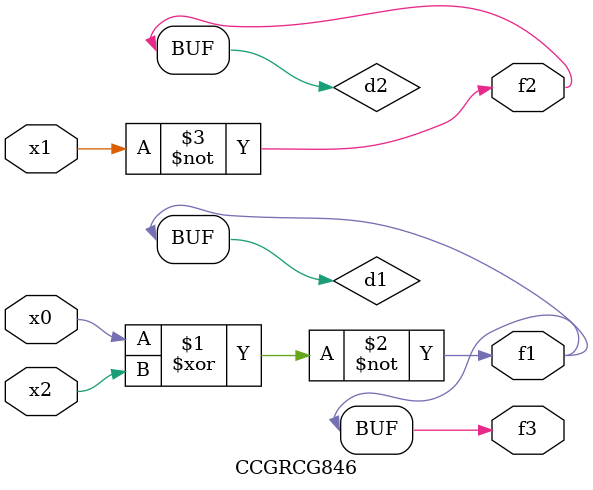
<source format=v>
module CCGRCG846(
	input x0, x1, x2,
	output f1, f2, f3
);

	wire d1, d2, d3;

	xnor (d1, x0, x2);
	nand (d2, x1);
	nor (d3, x1, x2);
	assign f1 = d1;
	assign f2 = d2;
	assign f3 = d1;
endmodule

</source>
